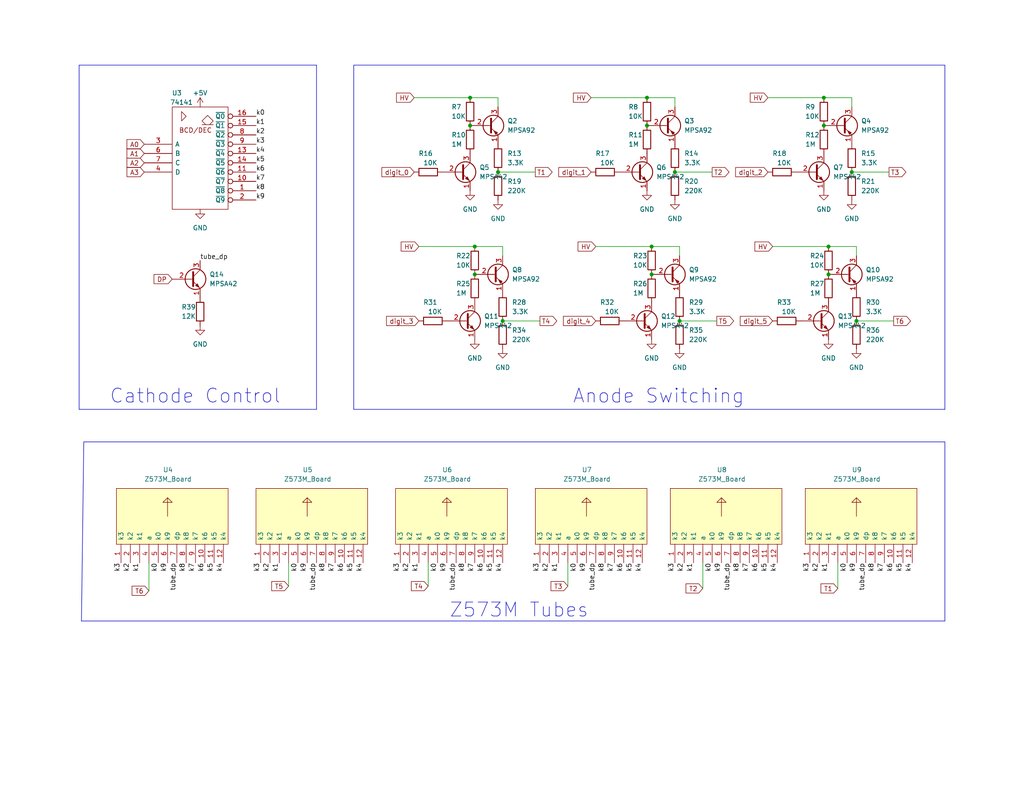
<source format=kicad_sch>
(kicad_sch (version 20230121) (generator eeschema)
  (paper "A")
  (title_block (title "Nixie 2.1 Display") (date "2023-02-13") (rev "1.0") (company "James Gallagher"))
  (lib_symbols
    (symbol "74xx_IEEE:74141" (pin_names (offset 0.762))
      (property "Reference" "U" (at 0 0 0))
      (property "Value" "74141" (at 7.62 -15.24 0))
      (symbol "74141_0_0"
        (polyline (pts (xy 3.556 9.144) (xy 3.048 9.144) (xy 3.048 9.144)))
        (polyline (pts (xy -5.08 12.7) (xy -5.08 10.16) (xy -3.81 11.43) (xy -5.08 12.7) (xy -5.08 12.7)))
        (polyline (pts (xy 2.54 9.144) (xy 3.556 10.16) (xy 2.032 11.684) (xy 0.508 10.16) (xy 1.524 9.144) (xy 0.508 9.144) (xy 3.556 9.144)))
        (text "BCD/DEC" (at -1.27 7.62 0) (effects (font (size 1.27 1.27))))
        (pin power_in line (at 0 -13.97 90) (length 0) hide (name "GND") (number "12"))
        (pin power_in line (at 0 13.97 270) (length 0) hide (name "VCC") (number "5"))
      )
      (symbol "74141_0_1"
        (rectangle (start -7.62 13.97) (end 7.62 -13.97))
      )
      (symbol "74141_1_1"
        (pin open_collector inverted (at 15.24 -8.89 180) (length 7.62) (name "~{Q8}") (number "1"))
        (pin open_collector inverted (at 15.24 -6.35 180) (length 7.62) (name "~{Q7}") (number "10"))
        (pin open_collector inverted (at 15.24 -3.81 180) (length 7.62) (name "~{Q6}") (number "11"))
        (pin open_collector inverted (at 15.24 1.27 180) (length 7.62) (name "~{Q4}") (number "13"))
        (pin open_collector inverted (at 15.24 -1.27 180) (length 7.62) (name "~{Q5}") (number "14"))
        (pin open_collector inverted (at 15.24 8.89 180) (length 7.62) (name "~{Q1}") (number "15"))
        (pin open_collector inverted (at 15.24 11.43 180) (length 7.62) (name "~{Q0}") (number "16"))
        (pin open_collector inverted (at 15.24 -11.43 180) (length 7.62) (name "~{Q9}") (number "2"))
        (pin input line (at -15.24 3.81 0) (length 7.62) (name "A") (number "3"))
        (pin input line (at -15.24 -3.81 0) (length 7.62) (name "D") (number "4"))
        (pin input line (at -15.24 1.27 0) (length 7.62) (name "B") (number "6"))
        (pin input line (at -15.24 -1.27 0) (length 7.62) (name "C") (number "7"))
        (pin open_collector inverted (at 15.24 6.35 180) (length 7.62) (name "~{Q2}") (number "8"))
        (pin open_collector inverted (at 15.24 3.81 180) (length 7.62) (name "~{Q3}") (number "9"))
      )
    )
    (symbol "Device:R" (pin_numbers hide) (pin_names (offset 0))
      (property "Reference" "R" (at 2.032 0 90))
      (property "Value" "R" (at 0 0 90))
      (symbol "R_0_1"
        (rectangle (start -1.016 -2.54) (end 1.016 2.54) (stroke (width 0.254)))
      )
      (symbol "R_1_1"
        (pin passive line (at 0 3.81 270) (length 1.27) (name "~") (number "1"))
        (pin passive line (at 0 -3.81 90) (length 1.27) (name "~") (number "2"))
      )
    )
    (symbol "MPSA42_1" (pin_names (offset 1.016) hide)
      (property "Reference" "Q" (at 5.08 1.905 0))
      (property "Value" "MPSA42" (at 5.08 0 0))
      (symbol "MPSA42_1_0_1"
        (polyline (pts (xy 0 0) (xy 0.635 0)))
        (polyline (pts (xy 0.635 0.635) (xy 2.54 2.54)))
        (polyline (pts (xy 0.635 -0.635) (xy 2.54 -2.54) (xy 2.54 -2.54)))
        (polyline (pts (xy 0.635 1.905) (xy 0.635 -1.905) (xy 0.635 -1.905)) (stroke (width 0.508)))
        (polyline (pts (xy 1.27 -1.778) (xy 1.778 -1.27) (xy 2.286 -2.286) (xy 1.27 -1.778) (xy 1.27 -1.778)) (fill (type outline)))
        (circle (center 1.27 0) (radius 2.8194) (stroke (width 0.254)))
      )
      (symbol "MPSA42_1_1_1"
        (pin passive line (at 2.54 -5.08 90) (length 2.54) (name "E") (number "1"))
        (pin input line (at -5.08 0 0) (length 5.08) (name "B") (number "2"))
        (pin passive line (at 2.54 5.08 270) (length 2.54) (name "C") (number "3"))
      )
    )
    (symbol "Z573M_Board_1" (pin_names (offset 1.016))
      (property "Reference" "U" (at -10.16 8.89 0))
      (property "Value" "Z573M_Board_1" (at 0 -15.24 0))
      (symbol "Z573M_Board_1_0_0"
        (polyline (pts (xy 0 0) (xy 0 5.08) (xy 1.27 3.81) (xy 0 5.08) (xy -1.27 3.81) (xy 1.27 3.81)))
      )
      (symbol "Z573M_Board_1_0_1"
        (rectangle (start -13.97 7.62) (end 16.51 -7.62) (fill (type background)))
      )
      (symbol "Z573M_Board_1_1_1"
        (pin bidirectional line (at -12.7 -12.7 90) (length 5.08) (name "k3") (number "1"))
        (pin bidirectional line (at 10.16 -12.7 90) (length 5.08) (name "k6") (number "10"))
        (pin bidirectional line (at 12.7 -12.7 90) (length 5.08) (name "k5") (number "11"))
        (pin bidirectional line (at 15.24 -12.7 90) (length 5.08) (name "k4") (number "12"))
        (pin bidirectional line (at -10.16 -12.7 90) (length 5.08) (name "k2") (number "2"))
        (pin bidirectional line (at -7.62 -12.7 90) (length 5.08) (name "k1") (number "3"))
        (pin input line (at -5.08 -12.7 90) (length 5.08) (name "a") (number "4"))
        (pin bidirectional line (at -2.54 -12.7 90) (length 5.08) (name "k0") (number "5"))
        (pin bidirectional line (at 0 -12.7 90) (length 5.08) (name "k9") (number "6"))
        (pin bidirectional line (at 2.54 -12.7 90) (length 5.08) (name "dp") (number "7"))
        (pin bidirectional line (at 5.08 -12.7 90) (length 5.08) (name "k8") (number "8"))
        (pin bidirectional line (at 7.62 -12.7 90) (length 5.08) (name "k7") (number "9"))
      )
    )
    (symbol "Z573M_Board_2" (pin_names (offset 1.016))
      (property "Reference" "U" (at -10.16 8.89 0))
      (property "Value" "Z573M_Board_2" (at 0 -15.24 0))
      (symbol "Z573M_Board_2_0_0"
        (polyline (pts (xy 0 0) (xy 0 5.08) (xy 1.27 3.81) (xy 0 5.08) (xy -1.27 3.81) (xy 1.27 3.81)))
      )
      (symbol "Z573M_Board_2_0_1"
        (rectangle (start -13.97 7.62) (end 16.51 -7.62) (fill (type background)))
      )
      (symbol "Z573M_Board_2_1_1"
        (pin bidirectional line (at -12.7 -12.7 90) (length 5.08) (name "k3") (number "1"))
        (pin bidirectional line (at 10.16 -12.7 90) (length 5.08) (name "k6") (number "10"))
        (pin bidirectional line (at 12.7 -12.7 90) (length 5.08) (name "k5") (number "11"))
        (pin bidirectional line (at 15.24 -12.7 90) (length 5.08) (name "k4") (number "12"))
        (pin bidirectional line (at -10.16 -12.7 90) (length 5.08) (name "k2") (number "2"))
        (pin bidirectional line (at -7.62 -12.7 90) (length 5.08) (name "k1") (number "3"))
        (pin input line (at -5.08 -12.7 90) (length 5.08) (name "a") (number "4"))
        (pin bidirectional line (at -2.54 -12.7 90) (length 5.08) (name "k0") (number "5"))
        (pin bidirectional line (at 0 -12.7 90) (length 5.08) (name "k9") (number "6"))
        (pin bidirectional line (at 2.54 -12.7 90) (length 5.08) (name "dp") (number "7"))
        (pin bidirectional line (at 5.08 -12.7 90) (length 5.08) (name "k8") (number "8"))
        (pin bidirectional line (at 7.62 -12.7 90) (length 5.08) (name "k7") (number "9"))
      )
    )
    (symbol "Z573M_Board_3" (pin_names (offset 1.016))
      (property "Reference" "U" (at -10.16 8.89 0))
      (property "Value" "Z573M_Board_3" (at 0 -15.24 0))
      (symbol "Z573M_Board_3_0_0"
        (polyline (pts (xy 0 0) (xy 0 5.08) (xy 1.27 3.81) (xy 0 5.08) (xy -1.27 3.81) (xy 1.27 3.81)))
      )
      (symbol "Z573M_Board_3_0_1"
        (rectangle (start -13.97 7.62) (end 16.51 -7.62) (fill (type background)))
      )
      (symbol "Z573M_Board_3_1_1"
        (pin bidirectional line (at -12.7 -12.7 90) (length 5.08) (name "k3") (number "1"))
        (pin bidirectional line (at 10.16 -12.7 90) (length 5.08) (name "k6") (number "10"))
        (pin bidirectional line (at 12.7 -12.7 90) (length 5.08) (name "k5") (number "11"))
        (pin bidirectional line (at 15.24 -12.7 90) (length 5.08) (name "k4") (number "12"))
        (pin bidirectional line (at -10.16 -12.7 90) (length 5.08) (name "k2") (number "2"))
        (pin bidirectional line (at -7.62 -12.7 90) (length 5.08) (name "k1") (number "3"))
        (pin input line (at -5.08 -12.7 90) (length 5.08) (name "a") (number "4"))
        (pin bidirectional line (at -2.54 -12.7 90) (length 5.08) (name "k0") (number "5"))
        (pin bidirectional line (at 0 -12.7 90) (length 5.08) (name "k9") (number "6"))
        (pin bidirectional line (at 2.54 -12.7 90) (length 5.08) (name "dp") (number "7"))
        (pin bidirectional line (at 5.08 -12.7 90) (length 5.08) (name "k8") (number "8"))
        (pin bidirectional line (at 7.62 -12.7 90) (length 5.08) (name "k7") (number "9"))
      )
    )
    (symbol "Z573M_Board_4" (pin_names (offset 1.016))
      (property "Reference" "U" (at -10.16 8.89 0))
      (property "Value" "Z573M_Board_4" (at 0 -15.24 0))
      (symbol "Z573M_Board_4_0_0"
        (polyline (pts (xy 0 0) (xy 0 5.08) (xy 1.27 3.81) (xy 0 5.08) (xy -1.27 3.81) (xy 1.27 3.81)))
      )
      (symbol "Z573M_Board_4_0_1"
        (rectangle (start -13.97 7.62) (end 16.51 -7.62) (fill (type background)))
      )
      (symbol "Z573M_Board_4_1_1"
        (pin bidirectional line (at -12.7 -12.7 90) (length 5.08) (name "k3") (number "1"))
        (pin bidirectional line (at 10.16 -12.7 90) (length 5.08) (name "k6") (number "10"))
        (pin bidirectional line (at 12.7 -12.7 90) (length 5.08) (name "k5") (number "11"))
        (pin bidirectional line (at 15.24 -12.7 90) (length 5.08) (name "k4") (number "12"))
        (pin bidirectional line (at -10.16 -12.7 90) (length 5.08) (name "k2") (number "2"))
        (pin bidirectional line (at -7.62 -12.7 90) (length 5.08) (name "k1") (number "3"))
        (pin input line (at -5.08 -12.7 90) (length 5.08) (name "a") (number "4"))
        (pin bidirectional line (at -2.54 -12.7 90) (length 5.08) (name "k0") (number "5"))
        (pin bidirectional line (at 0 -12.7 90) (length 5.08) (name "k9") (number "6"))
        (pin bidirectional line (at 2.54 -12.7 90) (length 5.08) (name "dp") (number "7"))
        (pin bidirectional line (at 5.08 -12.7 90) (length 5.08) (name "k8") (number "8"))
        (pin bidirectional line (at 7.62 -12.7 90) (length 5.08) (name "k7") (number "9"))
      )
    )
    (symbol "Z573M_Board_5" (pin_names (offset 1.016))
      (property "Reference" "U" (at -10.16 8.89 0))
      (property "Value" "Z573M_Board_5" (at 0 -15.24 0))
      (symbol "Z573M_Board_5_0_0"
        (polyline (pts (xy 0 0) (xy 0 5.08) (xy 1.27 3.81) (xy 0 5.08) (xy -1.27 3.81) (xy 1.27 3.81)))
      )
      (symbol "Z573M_Board_5_0_1"
        (rectangle (start -13.97 7.62) (end 16.51 -7.62) (fill (type background)))
      )
      (symbol "Z573M_Board_5_1_1"
        (pin bidirectional line (at -12.7 -12.7 90) (length 5.08) (name "k3") (number "1"))
        (pin bidirectional line (at 10.16 -12.7 90) (length 5.08) (name "k6") (number "10"))
        (pin bidirectional line (at 12.7 -12.7 90) (length 5.08) (name "k5") (number "11"))
        (pin bidirectional line (at 15.24 -12.7 90) (length 5.08) (name "k4") (number "12"))
        (pin bidirectional line (at -10.16 -12.7 90) (length 5.08) (name "k2") (number "2"))
        (pin bidirectional line (at -7.62 -12.7 90) (length 5.08) (name "k1") (number "3"))
        (pin input line (at -5.08 -12.7 90) (length 5.08) (name "a") (number "4"))
        (pin bidirectional line (at -2.54 -12.7 90) (length 5.08) (name "k0") (number "5"))
        (pin bidirectional line (at 0 -12.7 90) (length 5.08) (name "k9") (number "6"))
        (pin bidirectional line (at 2.54 -12.7 90) (length 5.08) (name "dp") (number "7"))
        (pin bidirectional line (at 5.08 -12.7 90) (length 5.08) (name "k8") (number "8"))
        (pin bidirectional line (at 7.62 -12.7 90) (length 5.08) (name "k7") (number "9"))
      )
    )
    (symbol "nixie-tube-clock-2.1:MPSA42" (pin_names (offset 1.016) hide)
      (property "Reference" "Q" (at 5.08 1.905 0))
      (property "Value" "MPSA42" (at 5.08 0 0))
      (symbol "MPSA42_0_1"
        (polyline (pts (xy 0 0) (xy 0.635 0)))
        (polyline (pts (xy 0.635 0.635) (xy 2.54 2.54)))
        (polyline (pts (xy 0.635 -0.635) (xy 2.54 -2.54) (xy 2.54 -2.54)))
        (polyline (pts (xy 0.635 1.905) (xy 0.635 -1.905) (xy 0.635 -1.905)) (stroke (width 0.508)))
        (polyline (pts (xy 1.27 -1.778) (xy 1.778 -1.27) (xy 2.286 -2.286) (xy 1.27 -1.778) (xy 1.27 -1.778)) (fill (type outline)))
        (circle (center 1.27 0) (radius 2.8194) (stroke (width 0.254)))
      )
      (symbol "MPSA42_1_1"
        (pin passive line (at 2.54 -5.08 90) (length 2.54) (name "E") (number "1"))
        (pin input line (at -5.08 0 0) (length 5.08) (name "B") (number "2"))
        (pin passive line (at 2.54 5.08 270) (length 2.54) (name "C") (number "3"))
      )
    )
    (symbol "nixie-tube-clock-2.1:MPSA92" (pin_names (offset 1.016) hide)
      (property "Reference" "Q" (at 5.08 1.905 0))
      (property "Value" "MPSA92" (at 5.08 0 0))
      (symbol "MPSA92_0_1"
        (polyline (pts (xy 0 0) (xy 0.635 0)))
        (polyline (pts (xy 2.54 -2.54) (xy 0.635 -0.635)))
        (polyline (pts (xy 2.54 2.54) (xy 0.635 0.635)))
        (polyline (pts (xy 0.635 1.905) (xy 0.635 -1.905) (xy 0.635 -1.905)) (stroke (width 0.508)) (fill (type outline)))
        (polyline (pts (xy 1.905 -2.413) (xy 2.413 -1.905) (xy 1.397 -1.397) (xy 1.905 -2.413) (xy 1.905 -2.413)) (fill (type outline)))
        (circle (center 1.27 0) (radius 2.8194) (stroke (width 0.254)))
      )
      (symbol "MPSA92_1_1"
        (pin passive line (at 2.54 -5.08 90) (length 2.54) (name "E") (number "1"))
        (pin input line (at -5.08 0 0) (length 5.08) (name "B") (number "2"))
        (pin passive line (at 2.54 5.08 270) (length 2.54) (name "C") (number "3"))
      )
    )
    (symbol "nixie-tube-clock-2.1:Z573M_Board" (pin_names (offset 1.016))
      (property "Reference" "U" (at -10.16 8.89 0))
      (property "Value" "Z573M_Board" (at 0 -15.24 0))
      (symbol "Z573M_Board_0_0"
        (polyline (pts (xy 0 0) (xy 0 5.08) (xy 1.27 3.81) (xy 0 5.08) (xy -1.27 3.81) (xy 1.27 3.81)))
      )
      (symbol "Z573M_Board_0_1"
        (rectangle (start -13.97 7.62) (end 16.51 -7.62) (fill (type background)))
      )
      (symbol "Z573M_Board_1_1"
        (pin bidirectional line (at -12.7 -12.7 90) (length 5.08) (name "k3") (number "1"))
        (pin bidirectional line (at 10.16 -12.7 90) (length 5.08) (name "k6") (number "10"))
        (pin bidirectional line (at 12.7 -12.7 90) (length 5.08) (name "k5") (number "11"))
        (pin bidirectional line (at 15.24 -12.7 90) (length 5.08) (name "k4") (number "12"))
        (pin bidirectional line (at -10.16 -12.7 90) (length 5.08) (name "k2") (number "2"))
        (pin bidirectional line (at -7.62 -12.7 90) (length 5.08) (name "k1") (number "3"))
        (pin input line (at -5.08 -12.7 90) (length 5.08) (name "a") (number "4"))
        (pin bidirectional line (at -2.54 -12.7 90) (length 5.08) (name "k0") (number "5"))
        (pin bidirectional line (at 0 -12.7 90) (length 5.08) (name "k9") (number "6"))
        (pin bidirectional line (at 2.54 -12.7 90) (length 5.08) (name "dp") (number "7"))
        (pin bidirectional line (at 5.08 -12.7 90) (length 5.08) (name "k8") (number "8"))
        (pin bidirectional line (at 7.62 -12.7 90) (length 5.08) (name "k7") (number "9"))
      )
    )
    (symbol "power:+5V" (power) (pin_names (offset 0))
      (property "Value" "+5V" (at 0 3.556 0))
      (symbol "+5V_0_1"
        (polyline (pts (xy -0.762 1.27) (xy 0 2.54)))
        (polyline (pts (xy 0 0) (xy 0 2.54)))
        (polyline (pts (xy 0 2.54) (xy 0.762 1.27)))
      )
      (symbol "+5V_1_1"
        (pin power_in line (at 0 0 90) (length 0) hide (name "+5V") (number "1"))
      )
    )
    (symbol "power:GND" (power) (pin_names (offset 0))
      (property "Value" "GND" (at 0 -3.81 0))
      (symbol "GND_0_1"
        (polyline (pts (xy 0 0) (xy 0 -1.27) (xy 1.27 -1.27) (xy 0 -2.54) (xy -1.27 -1.27) (xy 0 -1.27)))
      )
      (symbol "GND_1_1"
        (pin power_in line (at 0 0 270) (length 0) hide (name "GND") (number "1"))
      )
    )
  )
  (junction (at 177.8 74.93))
  (junction (at 185.42 87.63))
  (junction (at 177.8 67.31))
  (junction (at 135.89 46.99))
  (junction (at 176.53 26.67))
  (junction (at 128.27 26.67))
  (junction (at 233.68 87.63))
  (junction (at 226.06 67.31))
  (junction (at 137.16 87.63))
  (junction (at 129.54 74.93))
  (junction (at 184.15 46.99))
  (junction (at 129.54 67.31))
  (junction (at 232.41 46.99))
  (junction (at 128.27 34.29))
  (junction (at 224.79 26.67))
  (junction (at 176.53 34.29))
  (junction (at 226.06 74.93))
  (junction (at 224.79 34.29))
  (wire (pts (xy 233.68 87.63) (xy 243.84 87.63)))
  (wire (pts (xy 154.94 153.67) (xy 154.94 160.02)))
  (wire (pts (xy 232.41 26.67) (xy 232.41 29.21)))
  (polyline (pts (xy 257.81 169.545) (xy 22.225 169.545)))
  (wire (pts (xy 177.8 67.31) (xy 185.42 67.31)))
  (wire (pts (xy 128.27 26.67) (xy 135.89 26.67)))
  (wire (pts (xy 226.06 67.31) (xy 233.68 67.31)))
  (wire (pts (xy 185.42 87.63) (xy 195.58 87.63)))
  (polyline (pts (xy 21.59 17.78) (xy 21.59 111.76)))
  (wire (pts (xy 209.55 26.67) (xy 224.79 26.67)))
  (wire (pts (xy 137.16 87.63) (xy 147.32 87.63)))
  (wire (pts (xy 191.77 153.67) (xy 191.77 160.655)))
  (wire (pts (xy 137.16 67.31) (xy 137.16 69.85)))
  (wire (pts (xy 113.03 26.67) (xy 128.27 26.67)))
  (wire (pts (xy 233.68 67.31) (xy 233.68 69.85)))
  (wire (pts (xy 210.82 67.31) (xy 226.06 67.31)))
  (polyline (pts (xy 257.81 111.76) (xy 96.52 111.76)))
  (wire (pts (xy 176.53 26.67) (xy 184.15 26.67)))
  (wire (pts (xy 135.89 46.99) (xy 146.05 46.99)))
  (wire (pts (xy 40.64 153.67) (xy 40.64 161.29)))
  (wire (pts (xy 114.3 67.31) (xy 129.54 67.31)))
  (polyline (pts (xy 257.81 120.65) (xy 257.81 169.545)))
  (polyline (pts (xy 86.36 17.78) (xy 86.36 111.76)))
  (wire (pts (xy 162.56 67.31) (xy 177.8 67.31)))
  (wire (pts (xy 129.54 67.31) (xy 137.16 67.31)))
  (wire (pts (xy 228.6 153.67) (xy 228.6 160.655)))
  (wire (pts (xy 185.42 67.31) (xy 185.42 69.85)))
  (wire (pts (xy 116.84 153.67) (xy 116.84 160.02)))
  (wire (pts (xy 184.15 26.67) (xy 184.15 29.21)))
  (wire (pts (xy 161.29 26.67) (xy 176.53 26.67)))
  (wire (pts (xy 135.89 26.67) (xy 135.89 29.21)))
  (wire (pts (xy 224.79 26.67) (xy 232.41 26.67)))
  (wire (pts (xy 184.15 46.99) (xy 194.31 46.99)))
  (polyline (pts (xy 96.52 17.78) (xy 96.52 111.76)))
  (polyline (pts (xy 22.86 120.65) (xy 257.81 120.65)))
  (wire (pts (xy 78.74 153.67) (xy 78.74 160.02)))
  (polyline (pts (xy 22.86 120.65) (xy 22.225 169.545)))
  (polyline (pts (xy 86.36 17.78) (xy 21.59 17.78)))
  (wire (pts (xy 232.41 46.99) (xy 242.57 46.99)))
  (polyline (pts (xy 257.81 17.78) (xy 257.81 111.76)))
  (polyline (pts (xy 96.52 17.78) (xy 257.81 17.78)))
  (polyline (pts (xy 21.59 111.76) (xy 86.36 111.76)))
  (text "Z573M Tubes" (at 122.555 168.91 0) (effects (font (size 3.81 3.81)) (justify left bottom)))
  (text "Anode Switching" (at 156.21 110.49 0) (effects (font (size 3.81 3.81)) (justify left bottom)))
  (text "Cathode Control\n" (at 29.845 110.49 0) (effects (font (size 3.81 3.81)) (justify left bottom)))
  (label "k0" (at 194.31 153.67 270))
  (label "k5" (at 58.42 153.67 270))
  (label "k2" (at 111.76 153.67 270))
  (label "k7" (at 167.64 153.67 270))
  (label "k6" (at 170.18 153.67 270))
  (label "k3" (at 69.85 39.37 0))
  (label "k5" (at 246.38 153.67 270))
  (label "k0" (at 43.18 153.67 270))
  (label "k1" (at 69.85 34.29 0))
  (label "k3" (at 109.22 153.67 270))
  (label "k9" (at 83.82 153.67 270))
  (label "k7" (at 53.34 153.67 270))
  (label "k9" (at 160.02 153.67 270))
  (label "tube_dp" (at 124.46 153.67 270))
  (label "k6" (at 207.01 153.67 270))
  (label "tube_dp" (at 199.39 153.67 270))
  (label "k8" (at 50.8 153.67 270))
  (label "tube_dp" (at 54.61 71.12 0))
  (label "k5" (at 69.85 44.45 0))
  (label "k4" (at 60.96 153.67 270))
  (label "k0" (at 157.48 153.67 270))
  (label "k9" (at 121.92 153.67 270))
  (label "k8" (at 238.76 153.67 270))
  (label "k3" (at 33.02 153.67 270))
  (label "k1" (at 226.06 153.67 270))
  (label "k7" (at 241.3 153.67 270))
  (label "k1" (at 38.1 153.67 270))
  (label "k3" (at 184.15 153.67 270))
  (label "k8" (at 69.85 52.07 0))
  (label "k0" (at 119.38 153.67 270))
  (label "k2" (at 35.56 153.67 270))
  (label "tube_dp" (at 48.26 153.67 270))
  (label "k8" (at 165.1 153.67 270))
  (label "k2" (at 223.52 153.67 270))
  (label "k2" (at 73.66 153.67 270))
  (label "k7" (at 91.44 153.67 270))
  (label "k3" (at 220.98 153.67 270))
  (label "tube_dp" (at 86.36 153.67 270))
  (label "k4" (at 69.85 41.91 0))
  (label "k5" (at 209.55 153.67 270))
  (label "k3" (at 147.32 153.67 270))
  (label "k6" (at 243.84 153.67 270))
  (label "k4" (at 212.09 153.67 270))
  (label "k8" (at 88.9 153.67 270))
  (label "k2" (at 69.85 36.83 0))
  (label "k6" (at 55.88 153.67 270))
  (label "k3" (at 71.12 153.67 270))
  (label "k5" (at 96.52 153.67 270))
  (label "k0" (at 231.14 153.67 270))
  (label "k0" (at 69.85 31.75 0))
  (label "k1" (at 152.4 153.67 270))
  (label "tube_dp" (at 162.56 153.67 270))
  (label "k9" (at 69.85 54.61 0))
  (label "k9" (at 45.72 153.67 270))
  (label "k7" (at 129.54 153.67 270))
  (label "k1" (at 114.3 153.67 270))
  (label "k4" (at 248.92 153.67 270))
  (label "k6" (at 69.85 46.99 0))
  (label "k4" (at 137.16 153.67 270))
  (label "k7" (at 69.85 49.53 0))
  (label "k5" (at 134.62 153.67 270))
  (label "k4" (at 175.26 153.67 270))
  (label "k5" (at 172.72 153.67 270))
  (label "k7" (at 204.47 153.67 270))
  (label "k2" (at 186.69 153.67 270))
  (label "k0" (at 81.28 153.67 270))
  (label "k6" (at 93.98 153.67 270))
  (label "k9" (at 233.68 153.67 270))
  (label "k8" (at 127 153.67 270))
  (label "k2" (at 149.86 153.67 270))
  (label "k8" (at 201.93 153.67 270))
  (label "k9" (at 196.85 153.67 270))
  (label "tube_dp" (at 236.22 153.67 270))
  (label "k1" (at 189.23 153.67 270))
  (label "k1" (at 76.2 153.67 270))
  (label "k6" (at 132.08 153.67 270))
  (label "k4" (at 99.06 153.67 270))
  (global_label "digit_3" (shape input) (at 114.3 87.63 180) (property "Intersheetrefs" "${INTERSHEET_REFS}" (effects hide)))
  (global_label "HV" (shape input) (at 209.55 26.67 180) (property "Intersheetrefs" "${INTERSHEET_REFS}" (effects hide)))
  (global_label "HV" (shape input) (at 162.56 67.31 180) (property "Intersheetrefs" "${INTERSHEET_REFS}" (effects hide)))
  (global_label "A3" (shape input) (at 39.37 46.99 180) (property "Intersheetrefs" "${INTERSHEET_REFS}" (effects hide)))
  (global_label "A1" (shape input) (at 39.37 41.91 180) (property "Intersheetrefs" "${INTERSHEET_REFS}" (effects hide)))
  (global_label "HV" (shape input) (at 114.3 67.31 180) (property "Intersheetrefs" "${INTERSHEET_REFS}" (effects hide)))
  (global_label "digit_1" (shape input) (at 161.29 46.99 180) (property "Intersheetrefs" "${INTERSHEET_REFS}" (effects hide)))
  (global_label "T4" (shape output) (at 147.32 87.63 0) (property "Intersheetrefs" "${INTERSHEET_REFS}" (effects hide)))
  (global_label "HV" (shape input) (at 210.82 67.31 180) (property "Intersheetrefs" "${INTERSHEET_REFS}" (effects hide)))
  (global_label "T3" (shape output) (at 242.57 46.99 0) (property "Intersheetrefs" "${INTERSHEET_REFS}" (effects hide)))
  (global_label "T5" (shape input) (at 78.74 160.02 180) (property "Intersheetrefs" "${INTERSHEET_REFS}" (effects hide)))
  (global_label "digit_5" (shape input) (at 210.82 87.63 180) (property "Intersheetrefs" "${INTERSHEET_REFS}" (effects hide)))
  (global_label "T4" (shape input) (at 116.84 160.02 180) (property "Intersheetrefs" "${INTERSHEET_REFS}" (effects hide)))
  (global_label "T6" (shape input) (at 40.64 161.29 180) (property "Intersheetrefs" "${INTERSHEET_REFS}" (effects hide)))
  (global_label "T2" (shape output) (at 194.31 46.99 0) (property "Intersheetrefs" "${INTERSHEET_REFS}" (effects hide)))
  (global_label "HV" (shape input) (at 161.29 26.67 180) (property "Intersheetrefs" "${INTERSHEET_REFS}" (effects hide)))
  (global_label "T5" (shape output) (at 195.58 87.63 0) (property "Intersheetrefs" "${INTERSHEET_REFS}" (effects hide)))
  (global_label "T2" (shape input) (at 191.77 160.655 180) (property "Intersheetrefs" "${INTERSHEET_REFS}" (effects hide)))
  (global_label "digit_4" (shape input) (at 162.56 87.63 180) (property "Intersheetrefs" "${INTERSHEET_REFS}" (effects hide)))
  (global_label "A2" (shape input) (at 39.37 44.45 180) (property "Intersheetrefs" "${INTERSHEET_REFS}" (effects hide)))
  (global_label "DP" (shape input) (at 46.99 76.2 180) (property "Intersheetrefs" "${INTERSHEET_REFS}" (effects hide)))
  (global_label "T1" (shape output) (at 146.05 46.99 0) (property "Intersheetrefs" "${INTERSHEET_REFS}" (effects hide)))
  (global_label "A0" (shape input) (at 39.37 39.37 180) (property "Intersheetrefs" "${INTERSHEET_REFS}" (effects hide)))
  (global_label "T6" (shape output) (at 243.84 87.63 0) (property "Intersheetrefs" "${INTERSHEET_REFS}" (effects hide)))
  (global_label "T3" (shape input) (at 154.94 160.02 180) (property "Intersheetrefs" "${INTERSHEET_REFS}" (effects hide)))
  (global_label "HV" (shape input) (at 113.03 26.67 180) (property "Intersheetrefs" "${INTERSHEET_REFS}" (effects hide)))
  (global_label "digit_2" (shape input) (at 209.55 46.99 180) (property "Intersheetrefs" "${INTERSHEET_REFS}" (effects hide)))
  (global_label "digit_0" (shape input) (at 113.03 46.99 180) (property "Intersheetrefs" "${INTERSHEET_REFS}" (effects hide)))
  (global_label "T1" (shape input) (at 228.6 160.655 180) (property "Intersheetrefs" "${INTERSHEET_REFS}" (effects hide)))
  (symbol (lib_id "Device:R") (at 226.06 78.74 0) (unit 1)
    (property "Reference" "R27" (at 220.98 77.47 0) (effects (justify left)))
    (property "Value" "1M" (at 220.98 80.01 0) (effects (justify left)))
    (property "Footprint" "Resistor_THT:R_Axial_DIN0207_L6.3mm_D2.5mm_P7.62mm_Horizontal" (effects hide))
  )
  (symbol (lib_id "Device:R") (at 184.15 43.18 0) (unit 1)
    (property "Reference" "R14" (at 186.69 41.91 0) (effects (justify left)))
    (property "Value" "3.3K" (at 186.69 44.45 0) (effects (justify left)))
    (property "Footprint" "Resistor_THT:R_Axial_DIN0207_L6.3mm_D2.5mm_P7.62mm_Horizontal" (effects hide))
  )
  (symbol (lib_id "Device:R") (at 118.11 87.63 90) (unit 1)
    (property "Reference" "R31" (at 119.38 82.55 90) (effects (justify left)))
    (property "Value" "10K" (at 120.65 85.09 90) (effects (justify left)))
    (property "Footprint" "Resistor_THT:R_Axial_DIN0207_L6.3mm_D2.5mm_P7.62mm_Horizontal" (effects hide))
  )
  (symbol (lib_id "Device:R") (at 185.42 91.44 0) (unit 1)
    (property "Reference" "R35" (at 187.96 90.17 0) (effects (justify left)))
    (property "Value" "220K" (at 187.96 92.71 0) (effects (justify left)))
    (property "Footprint" "Resistor_THT:R_Axial_DIN0207_L6.3mm_D2.5mm_P7.62mm_Horizontal" (effects hide))
  )
  (symbol (lib_id "Device:R") (at 165.1 46.99 90) (unit 1)
    (property "Reference" "R17" (at 166.37 41.91 90) (effects (justify left)))
    (property "Value" "10K" (at 167.64 44.45 90) (effects (justify left)))
    (property "Footprint" "Resistor_THT:R_Axial_DIN0207_L6.3mm_D2.5mm_P7.62mm_Horizontal" (effects hide))
  )
  (symbol (lib_id "nixie-tube-clock-2.1:MPSA92") (at 229.87 34.29 0) (unit 1)
    (property "Reference" "Q4" (at 234.95 33.0199 0) (effects (justify left)))
    (property "Value" "MPSA92" (at 234.95 35.5599 0) (effects (justify left)))
    (property "Footprint" "nixie-2.1-footprints:TO-92_HandSolder" (effects hide))
    (property "Datasheet" "http://www.onsemi.com/pub_link/Collateral/MPSA92-D.PDF" (effects hide))
  )
  (symbol (lib_id "nixie-tube-clock-2.1:MPSA92") (at 231.14 74.93 0) (unit 1)
    (property "Reference" "Q10" (at 236.22 73.6599 0) (effects (justify left)))
    (property "Value" "MPSA92" (at 236.22 76.1999 0) (effects (justify left)))
    (property "Footprint" "nixie-2.1-footprints:TO-92_HandSolder" (effects hide))
    (property "Datasheet" "http://www.onsemi.com/pub_link/Collateral/MPSA92-D.PDF" (effects hide))
  )
  (symbol (lib_id "nixie-tube-clock-2.1:MPSA42") (at 223.52 87.63 0) (unit 1)
    (property "Reference" "Q13" (at 228.6 86.3599 0) (effects (justify left)))
    (property "Value" "MPSA42" (at 228.6 88.8999 0) (effects (justify left)))
    (property "Footprint" "nixie-2.1-footprints:TO-92_HandSolder" (effects hide))
    (property "Datasheet" "http://www.onsemi.com/pub_link/Collateral/MPSA42-D.PDF" (effects hide))
  )
  (symbol (lib_id "nixie-tube-clock-2.1:MPSA42") (at 52.07 76.2 0) (unit 1)
    (property "Reference" "Q14" (at 57.15 74.9299 0) (effects (justify left)))
    (property "Value" "MPSA42" (at 57.15 77.4699 0) (effects (justify left)))
    (property "Footprint" "Package_TO_SOT_THT:TO-92_HandSolder" (effects hide))
    (property "Datasheet" "http://www.onsemi.com/pub_link/Collateral/MPSA42-D.PDF" (effects hide))
  )
  (symbol (lib_id "Device:R") (at 129.54 78.74 0) (unit 1)
    (property "Reference" "R25" (at 124.46 77.47 0) (effects (justify left)))
    (property "Value" "1M" (at 124.46 80.01 0) (effects (justify left)))
    (property "Footprint" "Resistor_THT:R_Axial_DIN0207_L6.3mm_D2.5mm_P7.62mm_Horizontal" (effects hide))
  )
  (symbol (lib_id "power:GND") (at 135.89 54.61 0) (unit 1)
    (property "Reference" "#PWR023" (effects hide))
    (property "Value" "GND" (at 135.89 59.69 0))
  )
  (symbol (lib_id "power:GND") (at 177.8 92.71 0) (unit 1)
    (property "Reference" "#PWR027" (effects hide))
    (property "Value" "GND" (at 177.8 97.79 0))
  )
  (symbol (lib_id "Device:R") (at 185.42 83.82 0) (unit 1)
    (property "Reference" "R29" (at 187.96 82.55 0) (effects (justify left)))
    (property "Value" "3.3K" (at 187.96 85.09 0) (effects (justify left)))
    (property "Footprint" "Resistor_THT:R_Axial_DIN0207_L6.3mm_D2.5mm_P7.62mm_Horizontal" (effects hide))
  )
  (symbol (lib_id "Device:R") (at 135.89 50.8 0) (unit 1)
    (property "Reference" "R19" (at 138.43 49.53 0) (effects (justify left)))
    (property "Value" "220K" (at 138.43 52.07 0) (effects (justify left)))
    (property "Footprint" "Resistor_THT:R_Axial_DIN0207_L6.3mm_D2.5mm_P7.62mm_Horizontal" (effects hide))
  )
  (symbol (lib_id "Device:R") (at 232.41 43.18 0) (unit 1)
    (property "Reference" "R15" (at 234.95 41.91 0) (effects (justify left)))
    (property "Value" "3.3K" (at 234.95 44.45 0) (effects (justify left)))
    (property "Footprint" "Resistor_THT:R_Axial_DIN0207_L6.3mm_D2.5mm_P7.62mm_Horizontal" (effects hide))
  )
  (symbol (lib_id "nixie-tube-clock-2.1:MPSA42") (at 125.73 46.99 0) (unit 1)
    (property "Reference" "Q5" (at 130.81 45.7199 0) (effects (justify left)))
    (property "Value" "MPSA42" (at 130.81 48.2599 0) (effects (justify left)))
    (property "Footprint" "nixie-2.1-footprints:TO-92_HandSolder" (effects hide))
    (property "Datasheet" "http://www.onsemi.com/pub_link/Collateral/MPSA42-D.PDF" (effects hide))
  )
  (symbol (lib_id "power:GND") (at 233.68 95.25 0) (unit 1)
    (property "Reference" "#PWR031" (effects hide))
    (property "Value" "GND" (at 233.68 100.33 0))
  )
  (symbol (lib_id "nixie-tube-clock-2.1:MPSA42") (at 173.99 46.99 0) (unit 1)
    (property "Reference" "Q6" (at 179.07 45.7199 0) (effects (justify left)))
    (property "Value" "MPSA42" (at 179.07 48.2599 0) (effects (justify left)))
    (property "Footprint" "nixie-2.1-footprints:TO-92_HandSolder" (effects hide))
    (property "Datasheet" "http://www.onsemi.com/pub_link/Collateral/MPSA42-D.PDF" (effects hide))
  )
  (symbol (lib_id "Device:R") (at 116.84 46.99 90) (unit 1)
    (property "Reference" "R16" (at 118.11 41.91 90) (effects (justify left)))
    (property "Value" "10K" (at 119.38 44.45 90) (effects (justify left)))
    (property "Footprint" "Resistor_THT:R_Axial_DIN0207_L6.3mm_D2.5mm_P7.62mm_Horizontal" (effects hide))
  )
  (symbol (lib_id "Device:R") (at 176.53 30.48 0) (unit 1)
    (property "Reference" "R8" (at 171.45 29.21 0) (effects (justify left)))
    (property "Value" "10K" (at 171.45 31.75 0) (effects (justify left)))
    (property "Footprint" "Resistor_THT:R_Axial_DIN0207_L6.3mm_D2.5mm_P7.62mm_Horizontal" (effects hide))
  )
  (symbol (lib_id "nixie-tube-clock-2.1:MPSA92") (at 134.62 74.93 0) (unit 1)
    (property "Reference" "Q8" (at 139.7 73.6599 0) (effects (justify left)))
    (property "Value" "MPSA92" (at 139.7 76.1999 0) (effects (justify left)))
    (property "Footprint" "nixie-2.1-footprints:TO-92_HandSolder" (effects hide))
    (property "Datasheet" "http://www.onsemi.com/pub_link/Collateral/MPSA92-D.PDF" (effects hide))
  )
  (symbol (lib_id "power:GND") (at 176.53 52.07 0) (unit 1)
    (property "Reference" "#PWR06" (effects hide))
    (property "Value" "GND" (at 176.53 57.15 0))
  )
  (symbol (lib_id "Device:R") (at 213.36 46.99 90) (unit 1)
    (property "Reference" "R18" (at 214.63 41.91 90) (effects (justify left)))
    (property "Value" "10K" (at 215.9 44.45 90) (effects (justify left)))
    (property "Footprint" "Resistor_THT:R_Axial_DIN0207_L6.3mm_D2.5mm_P7.62mm_Horizontal" (effects hide))
  )
  (symbol (lib_id "Device:R") (at 233.68 91.44 0) (unit 1)
    (property "Reference" "R36" (at 236.22 90.17 0) (effects (justify left)))
    (property "Value" "220K" (at 236.22 92.71 0) (effects (justify left)))
    (property "Footprint" "Resistor_THT:R_Axial_DIN0207_L6.3mm_D2.5mm_P7.62mm_Horizontal" (effects hide))
  )
  (symbol (lib_id "Device:R") (at 184.15 50.8 0) (unit 1)
    (property "Reference" "R20" (at 186.69 49.53 0) (effects (justify left)))
    (property "Value" "220K" (at 186.69 52.07 0) (effects (justify left)))
    (property "Footprint" "Resistor_THT:R_Axial_DIN0207_L6.3mm_D2.5mm_P7.62mm_Horizontal" (effects hide))
  )
  (symbol (lib_id "Device:R") (at 129.54 71.12 0) (unit 1)
    (property "Reference" "R22" (at 124.46 69.85 0) (effects (justify left)))
    (property "Value" "10K" (at 124.46 72.39 0) (effects (justify left)))
    (property "Footprint" "Resistor_THT:R_Axial_DIN0207_L6.3mm_D2.5mm_P7.62mm_Horizontal" (effects hide))
  )
  (symbol (lib_id "Device:R") (at 214.63 87.63 90) (unit 1)
    (property "Reference" "R33" (at 215.9 82.55 90) (effects (justify left)))
    (property "Value" "10K" (at 217.17 85.09 90) (effects (justify left)))
    (property "Footprint" "Resistor_THT:R_Axial_DIN0207_L6.3mm_D2.5mm_P7.62mm_Horizontal" (effects hide))
  )
  (symbol (lib_id "power:GND") (at 54.61 57.15 0) (unit 1)
    (property "Reference" "#PWR034" (effects hide))
    (property "Value" "GND" (at 54.61 62.23 0))
  )
  (symbol (lib_id "Device:R") (at 232.41 50.8 0) (unit 1)
    (property "Reference" "R21" (at 234.95 49.53 0) (effects (justify left)))
    (property "Value" "220K" (at 234.95 52.07 0) (effects (justify left)))
    (property "Footprint" "Resistor_THT:R_Axial_DIN0207_L6.3mm_D2.5mm_P7.62mm_Horizontal" (effects hide))
  )
  (symbol (lib_name "Z573M_Board_4") (lib_id "nixie-tube-clock-2.1:Z573M_Board") (at 160.02 140.97 0) (unit 1)
    (property "Reference" "U7" (at 158.75 128.27 0) (effects (justify left)))
    (property "Value" "Z573M_Board" (at 153.67 130.81 0) (effects (justify left)))
    (property "Footprint" "nixie-2.1-footprints:Z573M_Board" (effects hide))
  )
  (symbol (lib_id "nixie-tube-clock-2.1:MPSA92") (at 181.61 34.29 0) (unit 1)
    (property "Reference" "Q3" (at 186.69 33.0199 0) (effects (justify left)))
    (property "Value" "MPSA92" (at 186.69 35.5599 0) (effects (justify left)))
    (property "Footprint" "nixie-2.1-footprints:TO-92_HandSolder" (effects hide))
    (property "Datasheet" "http://www.onsemi.com/pub_link/Collateral/MPSA92-D.PDF" (effects hide))
  )
  (symbol (lib_id "Device:R") (at 128.27 38.1 0) (unit 1)
    (property "Reference" "R10" (at 123.19 36.83 0) (effects (justify left)))
    (property "Value" "1M" (at 123.19 39.37 0) (effects (justify left)))
    (property "Footprint" "Resistor_THT:R_Axial_DIN0207_L6.3mm_D2.5mm_P7.62mm_Horizontal" (effects hide))
  )
  (symbol (lib_id "nixie-tube-clock-2.1:MPSA42") (at 175.26 87.63 0) (unit 1)
    (property "Reference" "Q12" (at 180.34 86.3599 0) (effects (justify left)))
    (property "Value" "MPSA42" (at 180.34 88.8999 0) (effects (justify left)))
    (property "Footprint" "nixie-2.1-footprints:TO-92_HandSolder" (effects hide))
    (property "Datasheet" "http://www.onsemi.com/pub_link/Collateral/MPSA42-D.PDF" (effects hide))
  )
  (symbol (lib_id "power:GND") (at 137.16 95.25 0) (unit 1)
    (property "Reference" "#PWR029" (effects hide))
    (property "Value" "GND" (at 137.16 100.33 0))
  )
  (symbol (lib_id "Device:R") (at 137.16 91.44 0) (unit 1)
    (property "Reference" "R34" (at 139.7 90.17 0) (effects (justify left)))
    (property "Value" "220K" (at 139.7 92.71 0) (effects (justify left)))
    (property "Footprint" "Resistor_THT:R_Axial_DIN0207_L6.3mm_D2.5mm_P7.62mm_Horizontal" (effects hide))
  )
  (symbol (lib_id "Device:R") (at 137.16 83.82 0) (unit 1)
    (property "Reference" "R28" (at 139.7 82.55 0) (effects (justify left)))
    (property "Value" "3.3K" (at 139.7 85.09 0) (effects (justify left)))
    (property "Footprint" "Resistor_THT:R_Axial_DIN0207_L6.3mm_D2.5mm_P7.62mm_Horizontal" (effects hide))
  )
  (symbol (lib_id "Device:R") (at 128.27 30.48 0) (unit 1)
    (property "Reference" "R7" (at 123.19 29.21 0) (effects (justify left)))
    (property "Value" "10K" (at 123.19 31.75 0) (effects (justify left)))
    (property "Footprint" "Resistor_THT:R_Axial_DIN0207_L6.3mm_D2.5mm_P7.62mm_Horizontal" (effects hide))
  )
  (symbol (lib_id "Device:R") (at 177.8 78.74 0) (unit 1)
    (property "Reference" "R26" (at 172.72 77.47 0) (effects (justify left)))
    (property "Value" "1M" (at 172.72 80.01 0) (effects (justify left)))
    (property "Footprint" "Resistor_THT:R_Axial_DIN0207_L6.3mm_D2.5mm_P7.62mm_Horizontal" (effects hide))
  )
  (symbol (lib_id "nixie-tube-clock-2.1:MPSA92") (at 133.35 34.29 0) (unit 1)
    (property "Reference" "Q2" (at 138.43 33.0199 0) (effects (justify left)))
    (property "Value" "MPSA92" (at 138.43 35.5599 0) (effects (justify left)))
    (property "Footprint" "nixie-2.1-footprints:TO-92_HandSolder" (effects hide))
    (property "Datasheet" "http://www.onsemi.com/pub_link/Collateral/MPSA92-D.PDF" (effects hide))
  )
  (symbol (lib_name "Z573M_Board_5") (lib_id "nixie-tube-clock-2.1:Z573M_Board") (at 196.85 140.97 0) (unit 1)
    (property "Reference" "U8" (at 195.58 128.27 0) (effects (justify left)))
    (property "Value" "Z573M_Board" (at 190.5 130.81 0) (effects (justify left)))
    (property "Footprint" "nixie-2.1-footprints:Z573M_Board" (effects hide))
  )
  (symbol (lib_id "power:GND") (at 184.15 54.61 0) (unit 1)
    (property "Reference" "#PWR024" (effects hide))
    (property "Value" "GND" (at 184.15 59.69 0))
  )
  (symbol (lib_id "power:GND") (at 128.27 52.07 0) (unit 1)
    (property "Reference" "#PWR05" (effects hide))
    (property "Value" "GND" (at 128.27 57.15 0))
  )
  (symbol (lib_id "Device:R") (at 224.79 38.1 0) (unit 1)
    (property "Reference" "R12" (at 219.71 36.83 0) (effects (justify left)))
    (property "Value" "1M" (at 219.71 39.37 0) (effects (justify left)))
    (property "Footprint" "Resistor_THT:R_Axial_DIN0207_L6.3mm_D2.5mm_P7.62mm_Horizontal" (effects hide))
  )
  (symbol (lib_id "power:GND") (at 232.41 54.61 0) (unit 1)
    (property "Reference" "#PWR025" (effects hide))
    (property "Value" "GND" (at 232.41 59.69 0))
  )
  (symbol (lib_id "power:GND") (at 185.42 95.25 0) (unit 1)
    (property "Reference" "#PWR030" (effects hide))
    (property "Value" "GND" (at 185.42 100.33 0))
  )
  (symbol (lib_id "74xx_IEEE:74141") (at 54.61 43.18 0) (unit 1)
    (property "Reference" "U3" (at 48.26 25.4 0))
    (property "Value" "74141" (at 49.53 27.94 0))
    (property "Footprint" "Package_DIP:DIP-16_W7.62mm_Socket" (effects hide))
  )
  (symbol (lib_name "Z573M_Board_3") (lib_id "nixie-tube-clock-2.1:Z573M_Board") (at 121.92 140.97 0) (unit 1)
    (property "Reference" "U6" (at 120.65 128.27 0) (effects (justify left)))
    (property "Value" "Z573M_Board" (at 115.57 130.81 0) (effects (justify left)))
    (property "Footprint" "nixie-2.1-footprints:Z573M_Board" (effects hide))
  )
  (symbol (lib_id "Device:R") (at 176.53 38.1 0) (unit 1)
    (property "Reference" "R11" (at 171.45 36.83 0) (effects (justify left)))
    (property "Value" "1M" (at 171.45 39.37 0) (effects (justify left)))
    (property "Footprint" "Resistor_THT:R_Axial_DIN0207_L6.3mm_D2.5mm_P7.62mm_Horizontal" (effects hide))
  )
  (symbol (lib_id "Device:R") (at 177.8 71.12 0) (unit 1)
    (property "Reference" "R23" (at 172.72 69.85 0) (effects (justify left)))
    (property "Value" "10K" (at 172.72 72.39 0) (effects (justify left)))
    (property "Footprint" "Resistor_THT:R_Axial_DIN0207_L6.3mm_D2.5mm_P7.62mm_Horizontal" (effects hide))
  )
  (symbol (lib_id "Device:R") (at 224.79 30.48 0) (unit 1)
    (property "Reference" "R9" (at 219.71 29.21 0) (effects (justify left)))
    (property "Value" "10K" (at 219.71 31.75 0) (effects (justify left)))
    (property "Footprint" "Resistor_THT:R_Axial_DIN0207_L6.3mm_D2.5mm_P7.62mm_Horizontal" (effects hide))
  )
  (symbol (lib_id "power:+5V") (at 54.61 29.21 0) (unit 1)
    (property "Reference" "#PWR032" (effects hide))
    (property "Value" "+5V" (at 54.61 25.4 0))
  )
  (symbol (lib_name "Z573M_Board_1") (lib_id "nixie-tube-clock-2.1:Z573M_Board") (at 45.72 140.97 0) (unit 1)
    (property "Reference" "U4" (at 44.45 128.27 0) (effects (justify left)))
    (property "Value" "Z573M_Board" (at 39.37 130.81 0) (effects (justify left)))
    (property "Footprint" "nixie-2.1-footprints:Z573M_Board" (effects hide))
  )
  (symbol (lib_id "nixie-tube-clock-2.1:Z573M_Board") (at 233.68 140.97 0) (unit 1)
    (property "Reference" "U9" (at 232.41 128.27 0) (effects (justify left)))
    (property "Value" "Z573M_Board" (at 227.33 130.81 0) (effects (justify left)))
    (property "Footprint" "nixie-2.1-footprints:Z573M_Board" (effects hide))
  )
  (symbol (lib_id "Device:R") (at 166.37 87.63 90) (unit 1)
    (property "Reference" "R32" (at 167.64 82.55 90) (effects (justify left)))
    (property "Value" "10K" (at 168.91 85.09 90) (effects (justify left)))
    (property "Footprint" "Resistor_THT:R_Axial_DIN0207_L6.3mm_D2.5mm_P7.62mm_Horizontal" (effects hide))
  )
  (symbol (lib_id "power:GND") (at 129.54 92.71 0) (unit 1)
    (property "Reference" "#PWR026" (effects hide))
    (property "Value" "GND" (at 129.54 97.79 0))
  )
  (symbol (lib_id "power:GND") (at 224.79 52.07 0) (unit 1)
    (property "Reference" "#PWR022" (effects hide))
    (property "Value" "GND" (at 224.79 57.15 0))
  )
  (symbol (lib_id "power:GND") (at 54.61 88.9 0) (unit 1)
    (property "Reference" "#PWR033" (effects hide))
    (property "Value" "GND" (at 54.61 93.98 0))
  )
  (symbol (lib_id "Device:R") (at 233.68 83.82 0) (unit 1)
    (property "Reference" "R30" (at 236.22 82.55 0) (effects (justify left)))
    (property "Value" "3.3K" (at 236.22 85.09 0) (effects (justify left)))
    (property "Footprint" "Resistor_THT:R_Axial_DIN0207_L6.3mm_D2.5mm_P7.62mm_Horizontal" (effects hide))
  )
  (symbol (lib_id "nixie-tube-clock-2.1:MPSA92") (at 182.88 74.93 0) (unit 1)
    (property "Reference" "Q9" (at 187.96 73.6599 0) (effects (justify left)))
    (property "Value" "MPSA92" (at 187.96 76.1999 0) (effects (justify left)))
    (property "Footprint" "nixie-2.1-footprints:TO-92_HandSolder" (effects hide))
    (property "Datasheet" "http://www.onsemi.com/pub_link/Collateral/MPSA92-D.PDF" (effects hide))
  )
  (symbol (lib_id "nixie-tube-clock-2.1:MPSA42") (at 222.25 46.99 0) (unit 1)
    (property "Reference" "Q7" (at 227.33 45.7199 0) (effects (justify left)))
    (property "Value" "MPSA42" (at 227.33 48.2599 0) (effects (justify left)))
    (property "Footprint" "nixie-2.1-footprints:TO-92_HandSolder" (effects hide))
    (property "Datasheet" "http://www.onsemi.com/pub_link/Collateral/MPSA42-D.PDF" (effects hide))
  )
  (symbol (lib_id "Device:R") (at 135.89 43.18 0) (unit 1)
    (property "Reference" "R13" (at 138.43 41.91 0) (effects (justify left)))
    (property "Value" "3.3K" (at 138.43 44.45 0) (effects (justify left)))
    (property "Footprint" "Resistor_THT:R_Axial_DIN0207_L6.3mm_D2.5mm_P7.62mm_Horizontal" (effects hide))
  )
  (symbol (lib_id "power:GND") (at 226.06 92.71 0) (unit 1)
    (property "Reference" "#PWR028" (effects hide))
    (property "Value" "GND" (at 226.06 97.79 0))
  )
  (symbol (lib_id "Device:R") (at 54.61 85.09 0) (unit 1)
    (property "Reference" "R39" (at 49.53 83.82 0) (effects (justify left)))
    (property "Value" "12K" (at 49.53 86.36 0) (effects (justify left)))
    (property "Footprint" "Resistor_THT:R_Axial_DIN0207_L6.3mm_D2.5mm_P7.62mm_Horizontal" (effects hide))
  )
  (symbol (lib_name "MPSA42_1") (lib_id "nixie-tube-clock-2.1:MPSA42") (at 127 87.63 0) (unit 1)
    (property "Reference" "Q11" (at 132.08 86.3599 0) (effects (justify left)))
    (property "Value" "MPSA42" (at 132.08 88.8999 0) (effects (justify left)))
    (property "Footprint" "Package_TO_SOT_THT:TO-92_HandSolder" (effects hide))
    (property "Datasheet" "http://www.onsemi.com/pub_link/Collateral/MPSA42-D.PDF" (effects hide))
  )
  (symbol (lib_name "Z573M_Board_2") (lib_id "nixie-tube-clock-2.1:Z573M_Board") (at 83.82 140.97 0) (unit 1)
    (property "Reference" "U5" (at 82.55 128.27 0) (effects (justify left)))
    (property "Value" "Z573M_Board" (at 77.47 130.81 0) (effects (justify left)))
    (property "Footprint" "nixie-2.1-footprints:Z573M_Board" (effects hide))
  )
  (symbol (lib_id "Device:R") (at 226.06 71.12 0) (unit 1)
    (property "Reference" "R24" (at 220.98 69.85 0) (effects (justify left)))
    (property "Value" "10K" (at 220.98 72.39 0) (effects (justify left)))
    (property "Footprint" "Resistor_THT:R_Axial_DIN0207_L6.3mm_D2.5mm_P7.62mm_Horizontal" (effects hide))
  )
)
</source>
